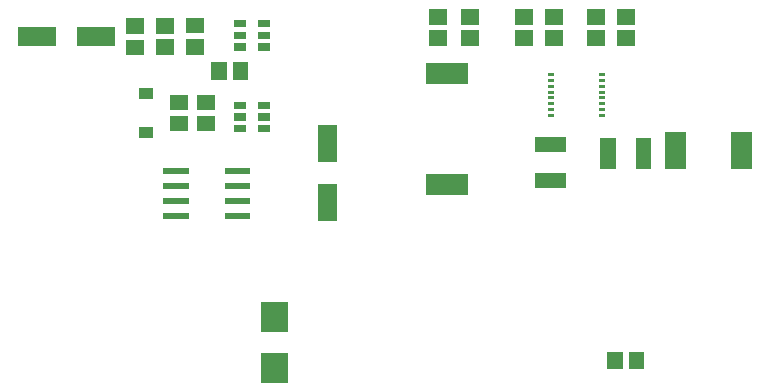
<source format=gbr>
G04 start of page 10 for group -4015 idx -4015 *
G04 Title: (unknown), toppaste *
G04 Creator: pcb 20140316 *
G04 CreationDate: Tue 07 May 2019 04:42:48 PM GMT UTC *
G04 For: ndholmes *
G04 Format: Gerber/RS-274X *
G04 PCB-Dimensions (mil): 3000.00 1500.00 *
G04 PCB-Coordinate-Origin: lower left *
%MOIN*%
%FSLAX25Y25*%
%LNTOPPASTE*%
%ADD74R,0.0630X0.0630*%
%ADD73R,0.0200X0.0200*%
%ADD72R,0.0360X0.0360*%
%ADD71R,0.0240X0.0240*%
%ADD70R,0.0700X0.0700*%
%ADD69R,0.0906X0.0906*%
%ADD68R,0.0709X0.0709*%
%ADD67R,0.0100X0.0100*%
%ADD66R,0.0512X0.0512*%
G54D66*X237607Y137043D02*X238393D01*
X237607Y129957D02*X238393D01*
X247607D02*X248393D01*
X247607Y137043D02*X248393D01*
X253905Y94255D02*Y88745D01*
X242095Y94255D02*Y88745D01*
G54D67*X222500Y117890D02*X223500D01*
X222500Y115921D02*X223500D01*
X222500Y113953D02*X223500D01*
X222500Y111984D02*X223500D01*
X222500Y110016D02*X223500D01*
X222500Y108047D02*X223500D01*
X222500Y106079D02*X223500D01*
X222500Y104110D02*X223500D01*
X239500D02*X240500D01*
X239500Y106079D02*X240500D01*
X239500Y108047D02*X240500D01*
X239500Y110016D02*X240500D01*
X239500Y111984D02*X240500D01*
X239500Y113953D02*X240500D01*
X239500Y115921D02*X240500D01*
X239500Y117890D02*X240500D01*
G54D66*X220150Y82595D02*X225660D01*
X220150Y94405D02*X225660D01*
G54D68*X264452Y95256D02*Y89744D01*
X286500Y95256D02*Y89744D01*
G54D66*X195607Y137043D02*X196393D01*
X195607Y129957D02*X196393D01*
X251543Y22893D02*Y22107D01*
X244457Y22893D02*Y22107D01*
G54D69*X131000Y20429D02*Y19642D01*
Y37358D02*Y36571D01*
G54D66*X223607Y137043D02*X224393D01*
X223607Y129957D02*X224393D01*
G54D70*X185000Y81000D02*X192000D01*
X185000Y118000D02*X192000D01*
G54D66*X213607Y129957D02*X214393D01*
X213607Y137043D02*X214393D01*
G54D71*X126700Y99750D02*X128300D01*
X126700Y103650D02*X128300D01*
X126700Y107550D02*X128300D01*
X118500D02*X120100D01*
X118500Y103650D02*X120100D01*
X118500Y99750D02*X120100D01*
G54D72*X87400Y98500D02*X88600D01*
X87400Y111400D02*X88600D01*
G54D66*X112457Y119393D02*Y118607D01*
X119543Y119393D02*Y118607D01*
G54D73*X94750Y85500D02*X101250D01*
X94750Y80500D02*X101250D01*
X94750Y75500D02*X101250D01*
X94750Y70500D02*X101250D01*
X115250D02*X121750D01*
X115250Y75500D02*X121750D01*
X115250Y80500D02*X121750D01*
X115250Y85500D02*X121750D01*
G54D66*X107607Y101457D02*X108393D01*
X107607Y108543D02*X108393D01*
G54D71*X126700Y127000D02*X128300D01*
X126700Y130900D02*X128300D01*
X126700Y134800D02*X128300D01*
X118500D02*X120100D01*
X118500Y130900D02*X120100D01*
X118500Y127000D02*X120100D01*
G54D66*X185107Y129957D02*X185893D01*
X185107Y137043D02*X185893D01*
G54D74*X48665Y130500D02*X54964D01*
X68350D02*X74649D01*
G54D66*X98607Y108543D02*X99393D01*
X98607Y101457D02*X99393D01*
G54D74*X148500Y78307D02*Y72008D01*
Y97992D02*Y91693D01*
G54D66*X94107Y126957D02*X94893D01*
X94107Y134043D02*X94893D01*
X84107Y134000D02*X84893D01*
X84107Y126914D02*X84893D01*
X104107Y134086D02*X104893D01*
X104107Y127000D02*X104893D01*
M02*

</source>
